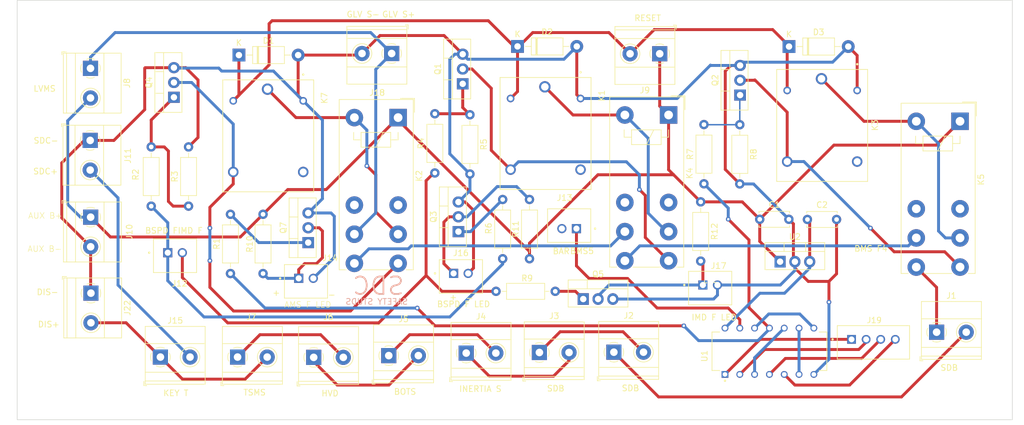
<source format=kicad_pcb>
(kicad_pcb (version 20221018) (generator pcbnew)
  (layers (0 "F.Cu" signal) (31 "B.Cu" signal) (34 "B.Paste" user) (35 "F.Paste" user) (36 "B.SilkS" user "B.Silkscreen") (37 "F.SilkS" user "F.Silkscreen") (38 "B.Mask" user) (39 "F.Mask" user) (44 "Edge.Cuts" user))
  (net 0 "")
  (net 1 "Net-(J1-Pin_1)")
  (net 2 "Net-(J1-Pin_2)")
  (net 3 "Net-(J2-Pin_2)")
  (net 4 "Net-(J3-Pin_2)")
  (net 5 "Net-(J4-Pin_2)")
  (net 6 "Net-(J5-Pin_2)")
  (net 7 "SDC+")
  (net 8 "BSPD In")
  (net 9 "Net-(J15-Pin_1)")
  (net 10 "Trac In")
  (net 11 "SDC-")
  (net 12 "BSPD fault")
  (net 13 "IMD Fault")
  (net 14 "BMS1")
  (net 15 "BMS2")
  (net 16 "BMS3")
  (net 17 "BMS4")
  (net 18 "AMS Fault")
  (net 19 "Net-(K1-PadCOM)")
  (net 20 "Net-(Q1-D)")
  (net 22 "IMD In")
  (net 23 "Net-(Q2-D)")
  (net 24 "Net-(K2-Pad11)")
  (net 25 "AMS In")
  (net 26 "Net-(K3-PadCOM)")
  (net 27 "BMS5")
  (net 29 "Net-(Q1-G)")
  (net 30 "Net-(Q2-G)")
  (net 31 "Net-(Q7-D)")
  (net 32 "Net-(Q3-D)")
  (net 33 "Net-(Q5-D)")
  (net 35 "out1")
  (net 36 "out2")
  (net 37 "+5V")
  (net 38 "Net-(Q4-D)")
  (net 43 "Net-(Q3-G)")
  (net 44 "Net-(Q4-G)")
  (net 45 "Net-(Q5-G)")
  (net 46 "Net-(Q7-G)")
  (net 49 "reset")
  (net 50 "out3")
  (net 51 "Net-(J6-Pin_2)")
  (footprint "TerminalBlock_Phoenix:TerminalBlock_Phoenix_MKDS-1,5-2-5.08_1x02_P5.08mm_Horizontal" (layer "F.Cu") (at 58.0644 84.0994)
    (fp_text reference "J15")
    (fp_text value "Screw_Terminal_01x02")
  )
  (footprint "Resistor_THT:R_Axial_DIN0207_L6.3mm_D2.5mm_P10.16mm_Horizontal" (layer "F.Cu") (at 116.7638 67.2338 90)
    (fp_text reference "R6")
    (fp_text value "100")
  )
  (footprint "Package_TO_SOT_THT:TO-220-3_Vertical" (layer "F.Cu") (at 157.48 39.1668 90)
    (fp_text reference "Q2")
    (fp_text value "IRF540N")
  )
  (footprint "Package_TO_SOT_THT:TO-220-3_Vertical" (layer "F.Cu") (at 60.381 39.5478 90)
    (fp_text reference "Q4")
    (fp_text value "IRF540N")
  )
  (footprint "Resistor_THT:R_Axial_DIN0207_L6.3mm_D2.5mm_P10.16mm_Horizontal" (layer "F.Cu") (at 62.8904 58.2168 90)
    (fp_text reference "R3")
    (fp_text value "10k")
  )
  (footprint "conn-JST-2pin:JST_B2B-XH-A_LF__SN_" (layer "F.Cu") (at 152.3492 72.263 180)
    (fp_text reference "J17")
    (fp_text value "B2B-XH-A_LF__SN_")
  )
  (footprint "TerminalBlock_Phoenix:TerminalBlock_Phoenix_MKDS-1,5-2-5.08_1x02_P5.08mm_Horizontal" (layer "F.Cu") (at 71.2978 84.0994)
    (fp_text reference "J7")
    (fp_text value "Screw_Terminal_01x02")
  )
  (footprint "Resistor_THT:R_Axial_DIN0207_L6.3mm_D2.5mm_P10.16mm_Horizontal" (layer "F.Cu") (at 121.3612 67.2338 90)
    (fp_text reference "R11")
    (fp_text value "2K")
  )
  (footprint "Diode_THT:D_DO-41_SOD81_P10.16mm_Horizontal" (layer "F.Cu") (at 119.3117 30.8197)
    (fp_text reference "D2")
    (fp_text value "1N4002")
  )
  (footprint "TerminalBlock_Phoenix:TerminalBlock_Phoenix_MKDS-1,5-2-5.08_1x02_P5.08mm_Horizontal" (layer "F.Cu") (at 191.1808 79.8324)
    (fp_text reference "J1")
    (fp_text value "Screw_Terminal_01x02")
  )
  (footprint "conn-JST-2pin:JST_B2B-XH-A_LF__SN_" (layer "F.Cu") (at 109.5956 70.2734 180)
    (fp_text reference "J16")
    (fp_text value "B2B-XH-A_LF__SN_")
  )
  (footprint "Capacitor_THT:C_Disc_D5.0mm_W2.5mm_P5.00mm" (layer "F.Cu") (at 169.0262 60.4976)
    (fp_text reference "C2")
    (fp_text value "0.1uf")
  )
  (footprint "TerminalBlock_Phoenix:TerminalBlock_Phoenix_MKDS-1,5-2-5.08_1x02_P5.08mm_Horizontal" (layer "F.Cu") (at 110.5104 83.4138)
    (fp_text reference "J4")
    (fp_text value "Screw_Terminal_01x02")
  )
  (footprint "TerminalBlock_Phoenix:TerminalBlock_Phoenix_MKDS-1,5-2-5.08_1x02_P5.08mm_Horizontal" (layer "F.Cu") (at 46.022614 46.942798 -90)
    (fp_text reference "J11")
    (fp_text value "Screw_Terminal_01x02")
  )
  (footprint "Package_TO_SOT_THT:TO-220-3_Vertical" (layer "F.Cu") (at 130.5814 74.1478)
    (fp_text reference "Q5")
    (fp_text value "IRF540N")
  )
  (footprint "SRD-12VDC-SL-C:RELAY_SRD-12VDC-SL-C" (layer "F.Cu") (at 171.5572 44.4714 -90)
    (fp_text reference "K3")
    (fp_text value "SRD-12VDC-SL-C")
  )
  (footprint "Package_TO_SOT_THT:TO-220-3_Vertical" (layer "F.Cu") (at 109.911 37.2364 90)
    (fp_text reference "Q1")
    (fp_text value "IRF540N")
  )
  (footprint "Resistor_THT:R_Axial_DIN0207_L6.3mm_D2.5mm_P10.16mm_Horizontal" (layer "F.Cu") (at 150.7236 57.4802 -90)
    (fp_text reference "R12")
    (fp_text value "2K")
  )
  (footprint "TerminalBlock_Phoenix:TerminalBlock_Phoenix_MKDS-1,5-2-5.08_1x02_P5.08mm_Horizontal" (layer "F.Cu") (at 97.2262 83.8456)
    (fp_text reference "J5")
    (fp_text value "Screw_Terminal_01x02")
  )
  (footprint "SRD-12VDC-SL-C:RELAY_SRD-12VDC-SL-C" (layer "F.Cu") (at 124.1179 45.8525 -90)
    (fp_text reference "K1")
    (fp_text value "SRD-12VDC-SL-C")
  )
  (footprint "Resistor_THT:R_Axial_DIN0207_L6.3mm_D2.5mm_P10.16mm_Horizontal" (layer "F.Cu") (at 157.4292 44.2468 -90)
    (fp_text reference "R8")
    (fp_text value "10k")
  )
  (footprint "conn-JST-2pin:JST_B2B-XH-A_LF__SN_" (layer "F.Cu") (at 83.0326 71.12 180)
    (fp_text reference "J14")
    (fp_text value "B2B-XH-A_LF__SN_")
  )
  (footprint "Resistor_THT:R_Axial_DIN0207_L6.3mm_D2.5mm_P10.16mm_Horizontal" (layer "F.Cu") (at 70.0786 69.7738 90)
    (fp_text reference "R1")
    (fp_text value "100")
  )
  (footprint "SRD-12VDC-SL-C:RELAY_SRD-12VDC-SL-C" (layer "F.Cu") (at 76.5556 46.2534 -90)
    (fp_text reference "K7")
    (fp_text value "SRD-12VDC-SL-C")
  )
  (footprint "Diode_THT:D_DO-41_SOD81_P10.16mm_Horizontal" (layer "F.Cu") (at 165.8699 30.8451)
    (fp_text reference "D3")
    (fp_text value "1N4002")
  )
  (footprint "Resistor_THT:R_Axial_DIN0207_L6.3mm_D2.5mm_P10.16mm_Horizontal" (layer "F.Cu") (at 151.2824 54.3814 90)
    (fp_text reference "R7")
    (fp_text value "100")
  )
  (footprint "MountingHole:MountingHole_3.5mm" (layer "F.Cu") (at 40.132 89.408)
    (fp_text reference "REF**" hide)
    (fp_text value "MountingHole_3.5mm")
  )
  (footprint "MountingHole:MountingHole_3.5mm" (layer "F.Cu") (at 197.612 28.956)
    (fp_text reference "REF**" hide)
    (fp_text value "MountingHole_3.5mm")
  )
  (footprint "MountingHole:MountingHole_3.5mm" (layer "F.Cu") (at 38.608 27.94)
    (fp_text reference "REF**" hide)
    (fp_text value "MountingHole_3.5mm")
  )
  (footprint "TerminalBlock_Phoenix:TerminalBlock_Phoenix_MKDS-1,5-2-5.08_1x02_P5.08mm_Horizontal" (layer "F.Cu") (at 46.149814 73.135198 -90)
    (fp_text reference "J22")
    (fp_text value "Screw_Terminal_01x02")
  )
  (footprint "conn-JST-2pin:JST_B2B-XH-A_LF__SN_" (layer "F.Cu") (at 128.1661 61.5442)
    (fp_text reference "J13")
    (fp_text value "B2B-XH-A_LF__SN_")
  )
  (footprint "Package_TO_SOT_THT:TO-220-3_Vertical" (layer "F.Cu") (at 164.338 67.7418)
    (fp_text reference "U2")
    (fp_text value "L7805")
  )
  (footprint "SN74HC00N:DIP794W45P254L1969H508Q14" (layer "F.Cu") (at 162.5092 83.1012 90)
    (fp_text reference "U1")
    (fp_text value "SN74HC00N")
  )
  (footprint "Package_TO_SOT_THT:TO-220-3_Vertical" (layer "F.Cu") (at 109.1744 62.5856 90)
    (fp_text reference "Q3")
    (fp_text value "IRF540N")
  )
  (footprint "TerminalBlock_Phoenix:TerminalBlock_Phoenix_MKDS-1,5-2-5.08_1x02_P5.08mm_Horizontal" (layer "F.Cu") (at 46.099014 60.104998 -90)
    (fp_text reference "J10")
    (fp_text value "Screw_Terminal_01x02")
  )
  (footprint "TerminalBlock_Phoenix:TerminalBlock_Phoenix_MKDS-1,5-2-5.08_1x02_P5.08mm_Horizontal" (layer "F.Cu") (at 84.3534 84.1502)
    (fp_text reference "J6")
    (fp_text value "Screw_Terminal_01x02")
  )
  (footprint "Capacitor_THT:C_Disc_D5.0mm_W2.5mm_P5.00mm" (layer "F.Cu") (at 160.8474 60.4722)
    (fp_text reference "C1")
    (fp_text value "0.33uf")
  )
  (footprint "Resistor_THT:R_Axial_DIN0207_L6.3mm_D2.5mm_P10.16mm_Horizontal" (layer "F.Cu") (at 105.1306 52.5272 90)
    (fp_text reference "R4")
    (fp_text value "100")
  )
  (footprint "Resistor_THT:R_Axial_DIN0207_L6.3mm_D2.5mm_P10.16mm_Horizontal" (layer "F.Cu") (at 111.1504 42.545 -90)
    (fp_text reference "R5")
    (fp_text value "10k")
  )
  (footprint "conn-JST-2pin:JST_B2B-XH-A_LF__SN_" (layer "F.Cu") (at 60.5767 66.7258 180)
    (fp_text reference "J12")
    (fp_text value "B2B-XH-A_LF__SN_")
  )
  (footprint "Package_TO_SOT_THT:TO-220-3_Vertical" (layer "F.Cu") (at 83.4136 64.4652 90)
    (fp_text reference "Q7")
    (fp_text value "IRF540N")
  )
  (footprint "Relay_THT:Relay_DPDT_Finder_40.52" (layer "F.Cu") (at 195.1981 43.6645 -90)
    (fp_text reference "K5")
    (fp_text value "FINDER-40.52")
  )
  (footprint "Resistor_THT:R_Axial_DIN0207_L6.3mm_D2.5mm_P10.16mm_Horizontal" (layer "F.Cu") (at 115.6208 72.8218)
    (fp_text reference "R9")
    (fp_text value "100")
  )
  (footprint "TerminalBlock_Phoenix:TerminalBlock_Phoenix_MKDS-1,5-2-5.08_1x02_P5.08mm_Horizontal" (layer "F.Cu") (at 123.063 83.312)
    (fp_text reference "J3")
    (fp_text value "Screw_Terminal_01x02")
  )
  (footprint "TerminalBlock_Phoenix:TerminalBlock_Phoenix_MKDS-1,5-2-5.08_1x02_P5.08mm_Horizontal" (layer "F.Cu") (at 143.6928 32.08 180)
    (fp_text reference "J9")
    (fp_text value "Screw_Terminal_01x02")
  )
  (footprint "MountingHole:MountingHole_3.5mm" (layer "F.Cu") (at 198.12 90.424)
    (fp_text reference "REF**" hide)
    (fp_text value "MountingHole_3.5mm")
  )
  (footprint "conn-JST-4pin:JST_B4B-XH-A_LF__SN_" (layer "F.Cu") (at 180.3469 81.5848 180)
    (fp_text reference "J19")
    (fp_text value "B4B-XH-A_LF__SN_")
  )
  (footprint "Diode_THT:D_DO-41_SOD81_P10.16mm_Horizontal" (layer "F.Cu") (at 71.5264 32.3088)
    (fp_text reference "D1")
    (fp_text value "1N4002")
  )
  (footprint "TerminalBlock_Phoenix:TerminalBlock_Phoenix_MKDS-1,5-2-5.08_1x02_P5.08mm_Horizontal" (layer "F.Cu") (at 97.724562 32.035638 180)
    (fp_text reference "J18")
    (fp_text value "Screw_Terminal_01x02")
  )
  (footprint "Relay_THT:Relay_DPDT_Finder_40.52" (layer "F.Cu") (at 145.2188 42.5818 -90)
    (fp_text reference "K4")
    (fp_text value "FINDER-40.52")
  )
  (footprint "Resistor_THT:R_Axial_DIN0207_L6.3mm_D2.5mm_P10.16mm_Horizontal" (layer "F.Cu") (at 56.4896 58.2168 90)
    (fp_text reference "R2")
    (fp_text value "100")
  )
  (footprint "TerminalBlock_Phoenix:TerminalBlock_Phoenix_MKDS-1,5-2-5.08_1x02_P5.08mm_Horizontal" (layer "F.Cu") (at 135.8342 83.2614)
    (fp_text reference "J2")
    (fp_text value "Screw_Terminal_01x02")
  )
  (footprint "TerminalBlock_Phoenix:TerminalBlock_Phoenix_MKDS-1,5-2-5.08_1x02_P5.08mm_Horizontal" (layer "F.Cu") (at 46.073814 34.582998 -90)
    (fp_text reference "J8")
    (fp_text value "Screw_Terminal_01x02")
  )
  (footprint "Relay_THT:Relay_DPDT_Finder_40.52" (layer "F.Cu") (at 98.8305 43.0295 -90)
    (fp_text reference "K2")
    (fp_text value "FINDER-40.52")
  )
  (footprint "Resistor_THT:R_Axial_DIN0207_L6.3mm_D2.5mm_P10.16mm_Horizontal" (layer "F.Cu") (at 75.6666 59.6138 -90)
    (fp_text reference "R10")
    (fp_text value "2K")
  )
  (gr_rect (start 33.5026 22.9108) (end 204.1652 94.8436) (stroke (width 0.1)) (fill none) (layer "Edge.Cuts"))
  (gr_text "SAFETY STUDS" (at 100.584 75.184) (layer "B.SilkS") (effects (font (size 1 1)) (justify left bottom mirror)))
  (gr_text "SDC" (at 100.076 73.66) (layer "B.SilkS") (effects (font (size 3 3) (thickness 0.3)) (justify left bottom mirror)))
  (gr_text "BSPD F LED\n" (at 105.43 75.6074) (layer "F.SilkS") (effects (font (size 1 1)) (justify left bottom)))
  (gr_text "BSPD F" (at 55.372 62.992) (layer "F.SilkS") (effects (font (size 1 1)) (justify left bottom)))
  (gr_text "GLV S+" (at 96.012 25.908) (layer "F.SilkS") (effects (font (size 1 1)) (justify left bottom)))
  (gr_text "AUX B-" (at 35.227814 66.124798) (layer "F.SilkS") (effects (font (size 1 1) (thickness 0.1)) (justify left bottom)))
  (gr_text "IMD F" (at 60.96 62.992) (layer "F.SilkS") (effects (font (size 1 1)) (justify left bottom)))
  (gr_text "BOTS" (at 98.044 90.6272) (layer "F.SilkS") (effects (font (size 1 1)) (justify left bottom)))
  (gr_text "KEY T" (at 58.4708 90.8558) (layer "F.SilkS") (effects (font (size 1 1)) (justify left bottom)))
  (gr_text "LVMS" (at 36.218814 38.651998) (layer "F.SilkS") (effects (font (size 1 1)) (justify left bottom)))
  (gr_text "BMS F4" (at 176.982 66.0824) (layer "F.SilkS") (effects (font (size 1 1)) (justify left bottom)))
  (gr_text "IMD F LED" (at 149.0726 77.8764) (layer "F.SilkS") (effects (font (size 1 1)) (justify left bottom)))
  (gr_text "HVD" (at 85.598 90.9066) (layer "F.SilkS") (effects (font (size 1 1)) (justify left bottom)))
  (gr_text "RESET" (at 139.2682 26.543) (layer "F.SilkS") (effects (font (size 1 1)) (justify left bottom)))
  (gr_text "SDB" (at 124.2822 90.0684) (layer "F.SilkS") (effects (font (size 1 1)) (justify left bottom)))
  (gr_text "AMS F LED\n" (at 79.248 75.692) (layer "F.SilkS") (effects (font (size 1 1) (thickness 0.1)) (justify left bottom)))
  (gr_text "TSMS" (at 72.2122 90.7542) (layer "F.SilkS") (effects (font (size 1 1)) (justify left bottom)))
  (gr_text "SDB" (at 137.1092 90.0176) (layer "F.SilkS") (effects (font (size 1 1)) (justify left bottom)))
  (gr_text "AUX B+" (at 35.329414 60.435198) (layer "F.SilkS") (effects (font (size 1 1) (thickness 0.1)) (justify left bottom)))
  (gr_text "SDB" (at 191.77 86.5124) (layer "F.SilkS") (effects (font (size 1 1)) (justify left bottom)))
  (gr_text "DIS-" (at 36.777214 73.541598) (layer "F.SilkS") (effects (font (size 1 1)) (justify left bottom)))
  (gr_text "-" (at 152.654 71.8058) (layer "F.SilkS") (effects (font (size 1 1)) (justify left bottom)))
  (gr_text "BAR" (at 125.2728 66.5226) (layer "F.SilkS") (effects (font (size 1 1)) (justify left bottom)))
  (gr_text "DIS+" (at 36.980414 79.078798) (layer "F.SilkS") (effects (font (size 1 1)) (justify left bottom)))
  (gr_text "+" (at 107.5636 74.4136) (layer "F.SilkS") (effects (font (size 1 1)) (justify left bottom)))
  (gr_text "+" (at 150.6474 71.882) (layer "F.SilkS") (effects (font (size 1 1)) (justify left bottom)))
  (gr_text "+" (at 77.216 73.66) (layer "F.SilkS") (effects (font (size 1 1)) (justify left bottom)))
  (gr_text "SDC-" (at 36.243814 47.557398) (layer "F.SilkS") (effects (font (size 1 1)) (justify left bottom)))
  (gr_text "SDC+" (at 36.167614 52.832) (layer "F.SilkS") (effects (font (size 1 1)) (justify left bottom)))
  (gr_text "-" (at 86.7326 73.995) (layer "F.SilkS") (effects (font (size 1 1)) (justify left bottom)))
  (gr_text "-" (at 110.383 74.5406) (layer "F.SilkS") (effects (font (size 1 1)) (justify left bottom)))
  (gr_text "INERTIA S" (at 109.22 90.1446) (layer "F.SilkS") (effects (font (size 1 1)) (justify left bottom)))
  (gr_text "GLV S-" (at 89.916 25.908) (layer "F.SilkS") (effects (font (size 1 1)) (justify left bottom)))
  (gr_text "BMS5" (at 128.2446 66.4972) (layer "F.SilkS") (effects (font (size 1 1)) (justify left bottom)))
  (segment (start 191.1808 72.1472) (end 187.6981 68.6645) (width 0.5) (layer "F.Cu") (net 1))
  (segment (start 191.1808 79.8324) (end 191.1808 72.1472) (width 0.5) (layer "F.Cu") (net 1))
  (segment (start 143.5048 90.932) (end 185.1612 90.932) (width 0.5) (layer "F.Cu") (net 2))
  (segment (start 185.1612 90.932) (end 196.2608 79.8324) (width 0.5) (layer "F.Cu") (net 2))
  (segment (start 135.8342 83.2614) (end 143.5048 90.932) (width 0.5) (layer "F.Cu") (net 2))
  (segment (start 123.063 83.312) (end 126.619 79.756) (width 0.5) (layer "F.Cu") (net 3))
  (segment (start 137.4088 79.756) (end 140.9142 83.2614) (width 0.5) (layer "F.Cu") (net 3))
  (segment (start 126.619 79.756) (end 137.4088 79.756) (width 0.5) (layer "F.Cu") (net 3))
  (segment (start 128.143 84.709) (end 128.143 83.312) (width 0.5) (layer "F.Cu") (net 4))
  (segment (start 125.476 87.376) (end 128.143 84.709) (width 0.5) (layer "F.Cu") (net 4))
  (segment (start 110.5104 83.4138) (end 114.4726 87.376) (width 0.5) (layer "F.Cu") (net 4))
  (segment (start 114.4726 87.376) (end 125.476 87.376) (width 0.5) (layer "F.Cu") (net 4))
  (segment (start 112.4406 80.264) (end 115.5904 83.4138) (width 0.5) (layer "F.Cu") (net 5))
  (segment (start 97.2262 83.8456) (end 100.8078 80.264) (width 0.5) (layer "F.Cu") (net 5))
  (segment (start 100.8078 80.264) (end 112.4406 80.264) (width 0.5) (layer "F.Cu") (net 5))
  (segment (start 84.3534 84.8614) (end 88.392 88.9) (width 0.5) (layer "F.Cu") (net 6))
  (segment (start 84.3534 84.1502) (end 84.3534 84.8614) (width 0.5) (layer "F.Cu") (net 6))
  (segment (start 97.2518 88.9) (end 102.3062 83.8456) (width 0.5) (layer "F.Cu") (net 6))
  (segment (start 88.392 88.9) (end 97.2518 88.9) (width 0.5) (layer "F.Cu") (net 6))
  (segment (start 46.022614 53.297598) (end 46.022614 52.022798) (width 0.2) (layer "F.Cu") (net 7))
  (segment (start 50.8 56.800184) (end 46.022614 52.022798) (width 0.5) (layer "B.Cu") (net 7))
  (segment (start 50.8 71.755) (end 50.8 56.800184) (width 0.5) (layer "B.Cu") (net 7))
  (segment (start 63.1444 84.0994) (end 50.8 71.755) (width 0.5) (layer "B.Cu") (net 7))
  (segment (start 50.292 28.448) (end 94.136924 28.448) (width 0.5) (layer "B.Cu") (net 8))
  (segment (start 46.073814 32.666186) (end 50.292 28.448) (width 0.5) (layer "B.Cu") (net 8))
  (segment (start 91.3305 63.0295) (end 94.996 59.364) (width 0.5) (layer "B.Cu") (net 8))
  (segment (start 94.996 34.7642) (end 97.724562 32.035638) (width 0.5) (layer "B.Cu") (net 8))
  (segment (start 92.5068 62.1284) (end 92.5068 63.4708) (width 0.25) (layer "B.Cu") (net 8))
  (segment (start 94.996 59.364) (end 94.996 34.7642) (width 0.5) (layer "B.Cu") (net 8))
  (segment (start 94.136924 28.448) (end 97.724562 32.035638) (width 0.5) (layer "B.Cu") (net 8))
  (segment (start 46.073814 34.582998) (end 46.073814 32.666186) (width 0.5) (layer "B.Cu") (net 8))
  (segment (start 72.5932 87.884) (end 76.3778 84.0994) (width 0.5) (layer "F.Cu") (net 9))
  (segment (start 46.149814 78.215198) (end 52.180198 78.215198) (width 0.5) (layer "F.Cu") (net 9))
  (segment (start 58.0644 84.0994) (end 61.849 87.884) (width 0.5) (layer "F.Cu") (net 9))
  (segment (start 61.849 87.884) (end 72.5932 87.884) (width 0.5) (layer "F.Cu") (net 9))
  (segment (start 52.180198 78.215198) (end 58.0644 84.0994) (width 0.5) (layer "F.Cu") (net 9))
  (segment (start 79.9084 55.372) (end 86.488 55.372) (width 0.5) (layer "F.Cu") (net 10))
  (segment (start 145.2188 51.9754) (end 146.0754 52.832) (width 0.5) (layer "F.Cu") (net 10))
  (segment (start 143.6928 32.08) (end 143.6928 41.0558) (width 0.5) (layer "F.Cu") (net 10))
  (segment (start 160.8474 60.4722) (end 160.8474 64.2512) (width 0.5) (layer "F.Cu") (net 10))
  (segment (start 145.2188 42.5818) (end 145.2188 51.9754) (width 0.5) (layer "F.Cu") (net 10))
  (segment (start 71.7804 63.5) (end 75.6666 59.6138) (width 0.5) (layer "F.Cu") (net 10))
  (segment (start 150.7236 57.4802) (end 157.8554 57.4802) (width 0.5) (layer "F.Cu") (net 10))
  (segment (start 121.3612 65.9892) (end 121.3612 67.2338) (width 0.5) (layer "F.Cu") (net 10))
  (segment (start 160.8474 64.2512) (end 164.338 67.7418) (width 0.5) (layer "F.Cu") (net 10))
  (segment (start 157.8554 57.4802) (end 160.8474 60.4722) (width 0.5) (layer "F.Cu") (net 10))
  (segment (start 98.8305 43.0295) (end 98.8305 43.4585) (width 0.5) (layer "F.Cu") (net 10))
  (segment (start 121.3612 64.5668) (end 133.096 52.832) (width 0.5) (layer "F.Cu") (net 10))
  (segment (start 121.3612 67.2338) (end 121.3612 64.5668) (width 0.5) (layer "F.Cu") (net 10))
  (segment (start 75.6666 59.6138) (end 79.9084 55.372) (width 0.5) (layer "F.Cu") (net 10))
  (segment (start 86.488 55.372) (end 98.8305 43.0295) (width 0.5) (layer "F.Cu") (net 10))
  (segment (start 173.5676 47.752) (end 191.1106 47.752) (width 0.5) (layer "F.Cu") (net 10))
  (segment (start 133.096 52.832) (end 146.0754 52.832) (width 0.5) (layer "F.Cu") (net 10))
  (segment (start 146.0754 52.832) (end 150.7236 57.4802) (width 0.5) (layer "F.Cu") (net 10))
  (segment (start 191.1106 47.752) (end 195.1981 43.6645) (width 0.5) (layer "F.Cu") (net 10))
  (segment (start 49.494016 63.5) (end 71.7804 63.5) (width 0.5) (layer "F.Cu") (net 10))
  (segment (start 98.8305 43.4585) (end 121.3612 65.9892) (width 0.5) (layer "F.Cu") (net 10))
  (segment (start 160.8474 60.4722) (end 173.5676 47.752) (width 0.5) (layer "F.Cu") (net 10))
  (segment (start 46.099014 60.104998) (end 49.494016 63.5) (width 0.5) (layer "F.Cu") (net 10))
  (segment (start 143.6928 41.0558) (end 145.2188 42.5818) (width 0.5) (layer "F.Cu") (net 10))
  (segment (start 44.356998 60.104998) (end 46.099014 60.104998) (width 0.5) (layer "B.Cu") (net 10))
  (segment (start 42.164 43.572812) (end 42.164 57.912) (width 0.5) (layer "B.Cu") (net 10))
  (segment (start 42.164 57.912) (end 44.356998 60.104998) (width 0.5) (layer "B.Cu") (net 10))
  (segment (start 46.073814 39.662998) (end 42.164 43.572812) (width 0.5) (layer "B.Cu") (net 10))
  (segment (start 55.372 34.544) (end 55.4482 34.4678) (width 0.2) (layer "F.Cu") (net 11))
  (segment (start 166.878 68.834) (end 166.878 67.7418) (width 0.5) (layer "F.Cu") (net 11))
  (segment (start 41.148 60.233984) (end 41.148 50.8) (width 0.5) (layer "F.Cu") (net 11))
  (segment (start 46.022614 46.942798) (end 50.085202 46.942798) (width 0.5) (layer "F.Cu") (net 11))
  (segment (start 41.148 50.8) (end 45.005202 46.942798) (width 0.5) (layer "F.Cu") (net 11))
  (segment (start 92.3714 32.3088) (end 92.644562 32.035638) (width 0.5) (layer "F.Cu") (net 11))
  (segment (start 92.644562 32.035638) (end 95.7242 28.956) (width 0.5) (layer "F.Cu") (net 11))
  (segment (start 111.76 68.834) (end 110.8456 69.7484) (width 0.5) (layer "F.Cu") (net 11))
  (segment (start 177.5572 38.3714) (end 177.5572 32.3724) (width 0.5) (layer "F.Cu") (net 11))
  (segment (start 165.8474 60.4722) (end 166.624 61.2488) (width 0.5) (layer "F.Cu") (net 11))
  (segment (start 172.72 71.12) (end 169.164 71.12) (width 0.5) (layer "F.Cu") (net 11))
  (segment (start 46.099014 65.184998) (end 46.099014 73.084398) (width 0.5) (layer "F.Cu") (net 11))
  (segment (start 174.0262 60.4976) (end 174.0262 69.8138) (width 0.5) (layer "F.Cu") (net 11))
  (segment (start 157.48 34.0868) (end 155.9052 34.0868) (width 0.5) (layer "F.Cu") (net 11))
  (segment (start 46.099014 65.184998) (end 41.148 60.233984) (width 0.5) (layer "F.Cu") (net 11))
  (segment (start 177.5572 32.3724) (end 176.0299 30.8451) (width 0.5) (layer "F.Cu") (net 11))
  (segment (start 109.1744 57.5056) (end 110.3376 57.5056) (width 0.5) (layer "F.Cu") (net 11))
  (segment (start 81.6864 32.3088) (end 92.3714 32.3088) (width 0.5) (layer "F.Cu") (net 11))
  (segment (start 174.0262 69.8138) (end 172.72 71.12) (width 0.5) (layer "F.Cu") (net 11))
  (segment (start 155.9052 34.0868) (end 154.94 35.052) (width 0.5) (layer "F.Cu") (net 11))
  (segment (start 154.94 35.052) (end 154.94 51.9176) (width 0.5) (layer "F.Cu") (net 11))
  (segment (start 111.76 58.928) (end 111.76 68.834) (width 0.5) (layer "F.Cu") (net 11))
  (segment (start 154.94 51.9176) (end 157.4292 54.4068) (width 0.5) (layer "F.Cu") (net 11))
  (segment (start 46.099014 73.084398) (end 46.149814 73.135198) (width 0.5) (layer "F.Cu") (net 11))
  (segment (start 129.4717 30.8197) (end 129.4717 39.1063) (width 0.5) (layer "F.Cu") (net 11))
  (segment (start 166.624 61.2488) (end 166.624 67.4878) (width 0.5) (layer "F.Cu") (net 11))
  (segment (start 50.085202 46.942798) (end 55.372 41.656) (width 0.5) (layer "F.Cu") (net 11))
  (segment (start 106.7106 28.956) (end 109.911 32.1564) (width 0.5) (layer "F.Cu") (net 11))
  (segment (start 62.4078 34.4678) (end 64.516 36.576) (width 0.5) (layer "F.Cu") (net 11))
  (segment (start 169.164 71.12) (end 166.878 68.834) (width 0.5) (layer "F.Cu") (net 11))
  (segment (start 64.516 46.4312) (end 62.8904 48.0568) (width 0.5) (layer "F.Cu") (net 11))
  (segment (start 172.72 74.676) (end 172.72 71.12) (width 0.5) (layer "F.Cu") (net 11))
  (segment (start 64.516 36.576) (end 64.516 46.4312) (width 0.5) (layer "F.Cu") (net 11))
  (segment (start 55.4482 34.4678) (end 60.381 34.4678) (width 0.5) (layer "F.Cu") (net 11))
  (segment (start 45.005202 46.942798) (end 46.022614 46.942798) (width 0.5) (layer "F.Cu") (net 11))
  (segment (start 55.372 41.656) (end 55.372 34.544) (width 0.5) (layer "F.Cu") (net 11))
  (segment (start 166.624 67.4878) (end 166.878 67.7418) (width 0.5) (layer "F.Cu") (net 11))
  (segment (start 129.4717 39.1063) (end 130.1179 39.7525) (width 0.5) (layer "F.Cu") (net 11))
  (segment (start 95.7242 28.956) (end 106.7106 28.956) (width 0.5) (layer "F.Cu") (net 11))
  (segment (start 46.149614 46.815798) (end 46.022614 46.942798) (width 0.2) (layer "F.Cu") (net 11))
  (segment (start 81.6864 32.3088) (end 81.6864 39.2842) (width 0.5) (layer "F.Cu") (net 11))
  (segment (start 110.3376 57.5056) (end 111.76 58.928) (width 0.5) (layer "F.Cu") (net 11))
  (segment (start 60.381 34.4678) (end 62.4078 34.4678) (width 0.5) (layer "F.Cu") (net 11))
  (segment (start 81.6864 39.2842) (end 82.5556 40.1534) (width 0.5) (layer "F.Cu") (net 11))
  (via (at 172.72 74.676) (size 0.8) (drill 0.4) (layers "F.Cu" "B.Cu") (net 11))
  (segment (start 107.696 33.02) (end 107.696 49.2506) (width 0.5) (layer "B.Cu") (net 11))
  (segment (start 166.878 69.2418) (end 166.878 67.7418) (width 0.5) (layer "B.Cu") (net 11))
  (segment (start 152.9282 74.1478) (end 153.5992 73.4768) (width 0.5) (layer "B.Cu") (net 11))
  (segment (start 87.884 59.944) (end 87.884 66.9936) (width 0.5) (layer "B.Cu") (net 11))
  (segment (start 135.6614 74.1478) (end 152.9282 74.1478) (width 0.5) (layer "B.Cu") (net 11))
  (segment (start 173.347 33.528) (end 158.0388 33.528) (width 0.5) (layer "B.Cu") (net 11))
  (segment (start 172.72 84.4804) (end 172.72 74.676) (width 0.5) (layer "B.Cu") (net 11))
  (segment (start 110.998 52.8574) (end 111.1504 52.705) (width 0.2) (layer "B.Cu") (net 11))
  (segment (start 170.1292 87.0712) (end 172.72 84.4804) (width 0.5) (layer "B.Cu") (net 11))
  (segment (start 87.884 66.9936) (end 84.2826 70.595) (width 0.5) (layer "B.Cu") (net 11))
  (segment (start 109.911 32.1564) (end 108.5596 32.1564) (width 0.5) (layer "B.Cu") (net 11))
  (segment (start 108.5596 32.1564) (end 107.696 33.02) (width 0.5) (layer "B.Cu") (net 11))
  (segment (start 60.4572 34.544) (end 68.072 34.544) (width 0.5) (layer "B.Cu") (net 11))
  (segment (start 130.1179 39.7525) (end 146.6835 39.7525) (width 0.5) (layer "B.Cu") (net 11))
  (segment (start 152.4508 34.0868) (end 157.48 34.0868) (width 0.5) (layer "B.Cu") (net 11))
  (segment (start 164.3818 71.738) (end 166.878 69.2418) (width 0.5) (layer "B.Cu") (net 11))
  (segment (start 60.381 34.4678) (end 60.4572 34.544) (width 0.5) (layer "B.Cu") (net 11))
  (segment (start 82.5556 40.1534) (end 85.852 43.4498) (width 0.5) (layer "B.Cu") (net 11))
  (segment (start 85.852 56.9468) (end 83.4136 59.3852) (width 0.5) (layer "B.Cu") (net 11))
  (segment (start 68.58 35.052) (end 77.4542 35.052) (width 0.5) (layer "B.Cu") (net 11))
  (segment (start 107.696 49.2506) (end 111.1504 52.705) (width 0.5) (layer "B.Cu") (net 11))
  (segment (start 176.0299 30.8451) (end 173.347 33.528) (width 0.5) (layer "B.Cu") (net 11))
  (segment (start 158.0388 33.528) (end 157.48 34.0868) (width 0.5) (layer "B.Cu") (net 11))
  (segment (start 110.7746 33.02) (end 127.2714 33.02) (width 0.5) (layer "B.Cu") (net 11))
  (segment (start 77.4542 35.052) (end 82.5556 40.1534) (width 0.5) (layer "B.Cu") (net 11))
  (segment (start 152.4 34.036) (end 152.4508 34.0868) (width 0.5) (layer "B.Cu") (net 11))
  (segment (start 109.911 32.1564) (end 110.7746 33.02) (width 0.5) (layer "B.Cu") (net 11))
  (segment (start 146.6835 39.7525) (end 152.4 34.036) (width 0.5) (layer "B.Cu") (net 11))
  (segment (start 87.3252 59.3852) (end 87.884 59.944) (width 0.5) (layer "B.Cu") (net 11))
  (segment (start 153.5992 71.738) (end 164.3818 71.738) (width 0.5) (layer "B.Cu") (net 11))
  (segment (start 153.5992 73.4768) (end 153.5992 71.738) (width 0.5) (layer "B.Cu") (net 11))
  (segment (start 83.4136 59.3852) (end 87.3252 59.3852) (width 0.5) (layer "B.Cu") (net 11))
  (segment (start 157.4292 54.4068) (end 159.782 54.4068) (width 0.5) (layer "B.Cu") (net 11))
  (segment (start 111.1504 55.5296) (end 109.1744 57.5056) (width 0.5) (layer "B.Cu") (net 11))
  (segment (start 85.852 43.4498) (end 85.852 56.9468) (width 0.5) (layer "B.Cu") (net 11))
  (segment (start 111.1504 52.705) (end 111.1504 55.5296) (width 0.5) (layer "B.Cu") (net 11))
  (segment (start 127.2714 33.02) (end 129.4717 30.8197) (width 0.5) (layer "B.Cu") (net 11))
  (segment (start 68.072 34.544) (end 68.58 35.052) (width 0.5) (layer "B.Cu") (net 11))
  (segment (start 159.782 54.4068) (end 165.8474 60.4722) (width 0.5) (layer "B.Cu") (net 11))
  (segment (start 59.3267 66.2008) (end 59.3267 71.0107) (width 0.5) (layer "B.Cu") (net 12))
  (segment (start 116.7638 68.1482) (end 116.7638 67.2338) (width 0.5) (layer "B.Cu") (net 12))
  (segment (start 59.3267 61.0539) (end 56.4896 58.2168) (width 0.5) (layer "B.Cu") (net 12))
  (segment (start 107.696 77.216) (end 116.7638 68.1482) (width 0.5) (layer "B.Cu") (net 12))
  (segment (start 59.3267 66.2008) (end 59.3267 61.0539) (width 0.5) (layer "B.Cu") (net 12))
  (segment (start 59.3267 71.0107) (end 65.532 77.216) (width 0.5) (layer "B.Cu") (net 12))
  (segment (start 65.532 77.216) (end 107.696 77.216) (width 0.5) (layer "B.Cu") (net 12))
  (segment (start 106.3498 72.8218) (end 103.632 70.104) (width 0.5) (layer "F.Cu") (net 13))
  (segment (start 103.632 70.104) (end 103.632 53.848) (width 0.5) (layer "F.Cu") (net 13))
  (segment (start 61.8267 70.4627) (end 69.596 78.232) (width 0.5) (layer "F.Cu") (net 13))
  (segment (start 103.632 53.848) (end 104.9528 52.5272) (width 0.5) (layer "F.Cu") (net 13))
  (segment (start 61.8267 66.2008) (end 61.8267 70.4627) (width 0.5) (layer "F.Cu") (net 13))
  (segment (start 115.6208 72.8218) (end 106.3498 72.8218) (width 0.5) (layer "F.Cu") (net 13))
  (segment (start 104.9528 52.5272) (end 105.1306 52.5272) (width 0.5) (layer "F.Cu") (net 13))
  (segment (start 95.504 78.232) (end 103.632 70.104) (width 0.5) (layer "F.Cu") (net 13))
  (segment (start 69.596 78.232) (end 95.504 78.232) (width 0.5) (layer "F.Cu") (net 13))
  (segment (start 160.9006 81.0598) (end 154.8892 87.0712) (width 0.5) (layer "F.Cu") (net 14))
  (segment (start 176.5969 81.0598) (end 160.9006 81.0598) (width 0.5) (layer "F.Cu") (net 14))
  (segment (start 179.0969 81.0598) (end 179.0969 81.53745) (width 0.5) (layer "F.Cu") (net 15))
  (segment (start 177.83035 82.804) (end 161.6964 82.804) (width 0.5) (layer "F.Cu") (net 15))
  (segment (start 179.0969 81.53745) (end 177.83035 82.804) (width 0.5) (layer "F.Cu") (net 15))
  (segment (start 161.6964 82.804) (end 157.4292 87.0712) (width 0.5) (layer "F.Cu") (net 15))
  (segment (start 178.3287 84.328) (end 165.2524 84.328) (width 0.5) (layer "F.Cu") (net 16))
  (segment (start 181.5969 81.0598) (end 178.3287 84.328) (width 0.5) (layer "F.Cu") (net 16))
  (segment (start 165.2524 84.328) (end 162.5092 87.0712) (width 0.5) (layer "F.Cu") (net 16))
  (segment (start 166.878 88.9) (end 165.0492 87.0712) (width 0.5) (layer "F.Cu") (net 17))
  (segment (start 176.2567 88.9) (end 166.878 88.9) (width 0.5) (layer "F.Cu") (net 17))
  (segment (start 184.0969 81.0598) (end 176.2567 88.9) (width 0.5) (layer "F.Cu") (net 17))
  (segment (start 105.156 78.74) (end 147.828 78.74) (width 0.5) (layer "F.Cu") (net 18))
  (segment (start 102.108 75.692) (end 105.156 78.74) (width 0.5) (layer "F.Cu") (net 18))
  (segment (start 159.004 75.626) (end 159.004 64.008) (width 0.5) (layer "F.Cu") (net 18))
  (segment (start 162.5092 79.1312) (end 159.004 75.626) (width 0.5) (layer "F.Cu") (net 18))
  (segment (start 159.004 64.008) (end 155.448 60.452) (width 0.5) (layer "F.Cu") (net 18))
  (via (at 147.828 78.74) (size 0.8) (drill 0.4) (layers "F.Cu" "B.Cu") (net 18))
  (via (at 155.448 60.452) (size 0.8) (drill 0.4) (layers "F.Cu" "B.Cu") (net 18))
  (via (at 102.108 75.692) (size 0.8) (drill 0.4) (layers "F.Cu" "B.Cu") (net 18))
  (segment (start 147.828 78.74) (end 150.368 81.28) (width 0.5) (layer "B.Cu") (net 18))
  (segment (start 162.5092 79.2988) (end 162.5092 79.1312) (width 0.5) (layer "B.Cu") (net 18))
  (segment (start 160.528 81.28) (end 162.5092 79.2988) (width 0.5) (layer "B.Cu") (net 18))
  (segment (start 75.9968 75.692) (end 102.108 75.692) (width 0.5) (layer "B.Cu") (net 18))
  (segment (start 155.448 60.452) (end 155.448 58.547) (width 0.5) (layer "B.Cu") (net 18))
  (segment (start 155.448 58.547) (end 151.2824 54.3814) (width 0.5) (layer "B.Cu") (net 18))
  (segment (start 150.368 81.28) (end 160.528 81.28) (width 0.5) (layer "B.Cu") (net 18))
  (segment (start 70.0786 69.7738) (end 75.9968 75.692) (width 0.5) (layer "B.Cu") (net 18))
  (segment (start 123.9979 37.7525) (end 128.8272 42.5818) (width 0.5) (layer "F.Cu") (net 19))
  (segment (start 128.8272 42.5818) (end 137.7188 42.5818) (width 0.5) (layer "F.Cu") (net 19))
  (segment (start 141.732 46.595) (end 141.732 59.436) (width 0.5) (layer "B.Cu") (net 19))
  (segment (start 137.7188 42.5818) (end 141.732 46.595) (width 0.5) (layer "B.Cu") (net 19))
  (segment (start 144.8778 62.5818) (end 145.2188 62.5818) (width 0.5) (layer "B.Cu") (net 19))
  (segment (start 141.732 59.436) (end 144.8778 62.5818) (width 0.5) (layer "B.Cu") (net 19))
  (segment (start 111.500508 34.6964) (end 114.808 38.003892) (width 0.5) (layer "F.Cu") (net 20))
  (segment (start 141.224 63.587) (end 145.2188 67.5818) (width 0.5) (layer "F.Cu") (net 20))
  (segment (start 141.224 56.388) (end 141.224 63.587) (width 0.5) (layer "F.Cu") (net 20))
  (segment (start 140.208 55.372) (end 141.224 56.388) (width 0.5) (layer "F.Cu") (net 20))
  (segment (start 109.911 34.6964) (end 111.500508 34.6964) (width 0.5) (layer "F.Cu") (net 20))
  (segment (start 114.808 38.003892) (end 114.808 48.6426) (width 0.5) (layer "F.Cu") (net 20))
  (segment (start 114.808 48.6426) (end 118.1179 51.9525) (width 0.5) (layer "F.Cu") (net 20))
  (via (at 140.208 55.372) (size 0.8) (drill 0.4) (layers "F.Cu" "B.Cu") (net 20))
  (segment (start 119.4679 50.6025) (end 137.9785 50.6025) (width 0.5) (layer "B.Cu") (net 20))
  (segment (start 140.208 52.832) (end 140.208 55.372) (width 0.5) (layer "B.Cu") (net 20))
  (segment (start 137.9785 50.6025) (end 140.208 52.832) (width 0.5) (layer "B.Cu") (net 20))
  (segment (start 118.1179 51.9525) (end 119.4679 50.6025) (width 0.5) (layer "B.Cu") (net 20))
  (segment (start 101.092 65.024) (end 100.584 65.532) (width 0.5) (layer "B.Cu") (net 22))
  (segment (start 135.2766 65.024) (end 101.092 65.024) (width 0.5) (layer "B.Cu") (net 22))
  (segment (start 93.828 65.532) (end 91.3305 68.0295) (width 0.5) (layer "B.Cu") (net 22))
  (segment (start 137.7188 62.5818) (end 135.2766 65.024) (width 0.5) (layer "B.Cu") (net 22))
  (segment (start 100.584 65.532) (end 93.828 65.532) (width 0.5) (layer "B.Cu") (net 22))
  (segment (start 179.832 61.976) (end 183.896 66.04) (width 0.5) (layer "F.Cu") (net 23))
  (segment (start 165.5572 42.1132) (end 160.02 36.576) (width 0.5) (layer "F.Cu") (net 23))
  (segment (start 159.9692 36.6268) (end 157.48 36.6268) (width 0.5) (layer "F.Cu") (net 23))
  (segment (start 165.5572 50.5714) (end 165.5572 42.1132) (width 0.5) (layer "F.Cu") (net 23))
  (segment (start 183.896 66.04) (end 192.5736 66.04) (width 0.5) (layer "F.Cu") (net 23))
  (segment (start 157.48 36.6268) (end 157.5275 36.6268) (width 0.25) (layer "F.Cu") (net 23))
  (segment (start 160.02 36.576) (end 159.9692 36.6268) (width 0.5) (layer "F.Cu") (net 23))
  (segment (start 192.5736 66.04) (end 195.1981 68.6645) (width 0.5) (layer "F.Cu") (net 23))
  (via (at 179.832 61.976) (size 0.8) (drill 0.4) (layers "F.Cu" "B.Cu") (net 23))
  (segment (start 165.5572 50.5714) (end 168.4274 50.5714) (width 0.5) (layer "B.Cu") (net 23))
  (segment (start 168.4274 50.5714) (end 179.832 61.976) (width 0.5) (layer "B.Cu") (net 23))
  (segment (start 76.4356 38.1534) (end 81.3117 43.0295) (width 0.5) (layer "F.Cu") (net 24))
  (segment (start 98.8305 63.0295) (end 94.996 59.195) (width 0.5) (layer "F.Cu") (net 24))
  (segment (start 94.996 52.832) (end 93.472 51.308) (width 0.5) (layer "F.Cu") (net 24))
  (segment (start 94.996 59.195) (end 94.996 52.832) (width 0.5) (layer "F.Cu") (net 24))
  (segment (start 81.3117 43.0295) (end 91.3305 43.0295) (width 0.5) (layer "F.Cu") (net 24))
  (via (at 93.472 51.308) (size 0.8) (drill 0.4) (layers "F.Cu" "B.Cu") (net 24))
  (segment (start 93.472 45.171) (end 91.3305 43.0295) (width 0.5) (layer "B.Cu") (net 24))
  (segment (start 93.472 51.308) (end 93.472 45.171) (width 0.5) (layer "B.Cu") (net 24))
  (segment (start 187.6981 63.6645) (end 186.3386 65.024) (width 0.5) (layer "B.Cu") (net 25))
  (segment (start 140.2766 65.024) (end 137.7188 67.5818) (width 0.5) (layer "B.Cu") (net 25))
  (segment (start 186.3386 65.024) (end 140.2766 65.024) (width 0.5) (layer "B.Cu") (net 25))
  (segment (start 178.7303 43.6645) (end 187.6981 43.6645) (width 0.5) (layer "F.Cu") (net 26))
  (segment (start 171.4372 36.3714) (end 178.7303 43.6645) (width 0.5) (layer "F.Cu") (net 26))
  (segment (start 195.1981 63.6645) (end 192.6965 63.6645) (width 0.5) (layer "B.Cu") (net 26))
  (segment (start 191.516 47.4824) (end 187.6981 43.6645) (width 0.5) (layer "B.Cu") (net 26))
  (segment (start 191.516 62.484) (end 191.516 47.4824) (width 0.5) (layer "B.Cu") (net 26))
  (segment (start 192.6965 63.6645) (end 191.516 62.484) (width 0.5) (layer "B.Cu") (net 26))
  (segment (start 131.572 70.612) (end 138.176 70.612) (width 0.5) (layer "F.Cu") (net 27))
  (segment (start 143.256 75.692) (end 155.448 75.692) (width 0.5) (layer "F.Cu") (net 27))
  (segment (start 157.4292 77.6732) (end 157.4292 79.1312) (width 0.5) (layer "F.Cu") (net 27))
  (segment (start 129.4161 68.4561) (end 131.572 70.612) (width 0.5) (layer "F.Cu") (net 27))
  (segment (start 129.4161 62.0692) (end 129.4161 62.4617) (width 0.25) (layer "F.Cu") (net 27))
  (segment (start 155.448 75.692) (end 157.4292 77.6732) (width 0.5) (layer "F.Cu") (net 27))
  (segment (start 129.4161 62.0692) (end 129.4161 68.4561) (width 0.5) (layer "F.Cu") (net 27))
  (segment (start 138.176 70.612) (end 143.256 75.692) (width 0.5) (layer "F.Cu") (net 27))
  (segment (start 109.911 41.3056) (end 111.1504 42.545) (width 0.5) (layer "F.Cu") (net 29))
  (segment (start 111.125 42.5196) (end 111.1504 42.545) (width 0.25) (layer "F.Cu") (net 29))
  (segment (start 105.1306 42.3672) (end 110.9726 42.3672) (width 0.5) (layer "F.Cu") (net 29))
  (segment (start 109.911 37.2364) (end 109.911 41.3056) (width 0.5) (layer "F.Cu") (net 29))
  (segment (start 110.9726 42.3672) (end 111.1504 42.545) (width 0.5) (layer "F.Cu") (net 29))
  (segment (start 110.7948 42.1894) (end 111.1504 42.545) (width 0.25) (layer "F.Cu") (net 29))
  (segment (start 157.4038 44.2214) (end 157.4292 44.2468) (width 0.25) (layer "F.Cu") (net 30))
  (segment (start 157.4292 39.2176) (end 157.48 39.1668) (width 0.25) (layer "F.Cu") (net 30))
  (segment (start 157.4292 44.2468) (end 151.3078 44.2468) (width 0.25) (layer "B.Cu") (net 30))
  (segment (start 157.4292 39.2176) (end 157.48 39.1668) (width 0.25) (layer "B.Cu") (net 30))
  (segment (start 151.3078 44.2468) (end 151.2824 44.2214) (width 0.25) (layer "B.Cu") (net 30))
  (segment (start 157.4292 44.2468) (end 157.4292 39.2176) (width 0.25) (layer "B.Cu") (net 30))
  (segment (start 82.804 68.072) (end 81.7826 69.0934) (width 0.5) (layer "F.Cu") (net 31))
  (segment (start 85.852 62.484) (end 85.852 67.056) (width 0.5) (layer "F.Cu") (net 31))
  (segment (start 84.836 68.072) (end 82.804 68.072) (width 0.5) (layer "F.Cu") (net 31))
  (segment (start 81.7826 69.0934) (end 81.7826 70.595) (width 0.5) (layer "F.Cu") (net 31))
  (segment (start 85.2932 61.9252) (end 85.852 62.484) (width 0.5) (layer "F.Cu") (net 31))
  (segment (start 85.852 67.056) (end 84.836 68.072) (width 0.5) (layer "F.Cu") (net 31))
  (segment (start 83.4136 61.9252) (end 85.2932 61.9252) (width 0.5) (layer "F.Cu") (net 31))
  (segment (start 76.4878 70.595) (end 75.6666 69.7738) (width 0.5) (layer "B.Cu") (net 31))
  (segment (start 81.7826 70.595) (end 76.4878 70.595) (width 0.5) (layer "B.Cu") (net 31))
  (segment (start 106.68 60.96) (end 107.5944 60.0456) (width 0.5) (layer "F.Cu") (net 32))
  (segment (start 106.68 68.0828) (end 106.68 60.96) (width 0.5) (layer "F.Cu") (net 32))
  (segment (start 107.5944 60.0456) (end 109.1744 60.0456) (width 0.5) (layer "F.Cu") (net 32))
  (segment (start 108.3456 69.7484) (end 106.68 68.0828) (width 0.5) (layer "F.Cu") (net 32))
  (segment (start 109.1744 60.0456) (end 110.6424 60.0456) (width 0.5) (layer "B.Cu") (net 32))
  (segment (start 110.6424 60.0456) (end 115.824 54.864) (width 0.5) (layer "B.Cu") (net 32))
  (segment (start 119.1514 54.864) (end 121.3612 57.0738) (width 0.5) (layer "B.Cu") (net 32))
  (segment (start 115.824 54.864) (end 119.1514 54.864) (width 0.5) (layer "B.Cu") (net 32))
  (segment (start 151.0992 68.0158) (end 150.7236 67.6402) (width 0.5) (layer "F.Cu") (net 33))
  (segment (start 151.0992 71.738) (end 151.0992 68.0158) (width 0.5) (layer "F.Cu") (net 33))
  (segment (start 133.1214 73.6346) (end 135.018 71.738) (width 0.5) (layer "B.Cu") (net 33))
  (segment (start 135.018 71.738) (end 151.0992 71.738) (width 0.5) (layer "B.Cu") (net 33))
  (segment (start 133.1214 74.1478) (end 133.1214 73.6346) (width 0.5) (layer "B.Cu") (net 33))
  (segment (start 159.9692 84.2112) (end 165.0492 79.1312) (width 0.5) (layer "B.Cu") (net 35))
  (segment (start 159.9692 87.0712) (end 159.9692 84.2112) (width 0.5) (layer "B.Cu") (net 35))
  (segment (start 167.5892 87.0712) (end 167.5892 79.1312) (width 0.5) (layer "B.Cu") (net 36))
  (segment (start 169.418 60.8894) (end 169.0262 60.4976) (width 0.5) (layer "F.Cu") (net 37))
  (segment (start 169.418 67.7418) (end 169.418 60.8894) (width 0.5) (layer "F.Cu") (net 37))
  (segment (start 169.418 68.834) (end 169.418 67.7418) (width 0.5) (layer "B.Cu") (net 37))
  (segment (start 154.8892 79.1312) (end 160.8684 73.152) (width 0.5) (layer "B.Cu") (net 37))
  (segment (start 160.8684 73.152) (end 165.1 73.152) (width 0.5) (layer "B.Cu") (net 37))
  (segment (start 165.1 73.152) (end 169.418 68.834) (width 0.5) (layer "B.Cu") (net 37))
  (segment (start 66.548 67.564) (end 66.548 72.136) (width 0.5) (layer "F.Cu") (net 38))
  (segment (start 70.5556 54.4124) (end 66.548 58.42) (width 0.5) (layer "F.Cu") (net 38))
  (segment (start 90.66 76.2) (end 98.8305 68.0295) (width 0.5) (layer "F.Cu") (net 38))
  (segment (start 70.612 76.2) (end 90.66 76.2) (width 0.5) (layer "F.Cu") (net 38))
  (segment (start 66.548 72.136) (end 70.612 76.2) (width 0.5) (layer "F.Cu") (net 38))
  (segment (start 66.548 58.42) (end 66.548 61.976) (width 0.5) (layer "F.Cu") (net 38))
  (segment (start 70.5556 52.3534) (end 70.5556 54.4124) (width 0.5) (layer "F.Cu") (net 38))
  (via (at 66.548 67.564) (size 0.8) (drill 0.4) (layers "F.Cu" "B.Cu") (net 38))
  (via (at 66.548 61.976) (size 0.8) (drill 0.4) (layers "F.Cu" "B.Cu") (net 38))
  (segment (start 60.381 37.0078) (end 63.4238 37.0078) (width 0.5) (layer "B.Cu") (net 38))
  (segment (start 66.548 61.976) (end 66.548 67.564) (width 0.5) (layer "B.Cu") (net 38))
  (segment (start 63.4238 37.0078) (end 70.5556 44.1396) (width 0.5) (layer "B.Cu") (net 38))
  (segment (start 70.5556 44.1396) (end 70.5556 52.3534) (width 0.5) (layer "B.Cu") (net 38))
  (segment (start 109.1744 62.5856) (end 111.252 62.5856) (width 0.5) (layer "B.Cu") (net 43))
  (segment (start 111.252 62.5856) (end 116.7638 57.0738) (width 0.5) (layer "B.Cu") (net 43))
  (segment (start 56.4896 48.0568) (end 58.7248 48.0568) (width 0.5) (layer "F.Cu") (net 44))
  (segment (start 60.2488 58.2168) (end 62.8904 58.2168) (width 0.5) (layer "F.Cu") (net 44))
  (segment (start 59.436 48.768) (end 59.436 57.404) (width 0.5) (layer "F.Cu") (net 44))
  (segment (start 56.4896 43.4392) (end 60.381 39.5478) (width 0.5) (layer "F.Cu") (net 44))
  (segment (start 58.7248 48.0568) (end 59.436 48.768) (width 0.5) (layer "F.Cu") (net 44))
  (segment (start 59.436 57.404) (end 60.2488 58.2168) (width 0.5) (layer "F.Cu") (net 44))
  (segment (start 56.4896 48.0568) (end 56.4896 43.4392) (width 0.5) (layer "F.Cu") (net 44))
  (segment (start 129.2554 72.8218) (end 130.5814 74.1478) (width 0.5) (layer "F.Cu") (net 45))
  (segment (start 125.7808 72.8218) (end 129.2554 72.8218) (width 0.5) (layer "F.Cu") (net 45))
  (segment (start 83.4136 64.4652) (end 74.93 64.4652) (width 0.5) (layer "B.Cu") (net 46))
  (segment (start 74.93 64.4652) (end 70.0786 59.6138) (width 0.5) (layer "B.Cu") (net 46))
  (segment (start 165.5572 38.3714) (end 165.5572 31.1578) (width 0.5) (layer "F.Cu") (net 49))
  (segment (start 77.216 26.416) (end 114.3 26.416) (width 0.5) (layer "F.Cu") (net 49))
  (segment (start 76.708 26.924) (end 77.216 26.416) (width 0.5) (layer "F.Cu") (net 49))
  (segment (start 70.5556 40.1534) (end 76.708 34.001) (width 0.5) (layer "F.Cu") (net 49))
  (segment (start 134.9808 28.448) (end 121.92 28.448) (width 0.5) (layer "F.Cu") (net 49))
  (segment (start 118.1179 39.7525) (end 119.3117 38.5587) (width 0.5) (layer "F.Cu") (net 49))
  (segment (start 71.5264 32.3088) (end 71.5264 39.1826) (width 0.5) (layer "F.Cu") (net 49))
  (segment (start 165.5572 31.1578) (end 165.8699 30.8451) (width 0.5) (layer "F.Cu") (net 49))
  (segment (start 142.7528 27.94) (end 163.068 27.94) (width 0.5) (layer "F.Cu") (net 49))
  (segment (start 138.6128 32.08) (end 142.7528 27.94) (width 0.5) (layer "F.Cu") (net 49))
  (segment (start 163.068 27.94) (end 165.8699 30.7419) (width 0.5) (layer "F.Cu") (net 49))
  (segment (start 76.708 34.001) (end 76.708 26.924) (width 0.5) (layer "F.Cu") (net 49))
  (segment (start 71.5264 39.1826) (end 70.5556 40.1534) (width 0.5) (layer "F.Cu") (net 49))
  (segment (start 165.8699 30.7419) (end 165.8699 30.8451) (width 0.5) (layer "F.Cu") (net 49))
  (segment (start 119.3117 38.5587) (end 119.3117 30.8197) (width 0.5) (layer "F.Cu") (net 49))
  (segment (start 138.6128 32.08) (end 134.9808 28.448) (width 0.5) (layer "F.Cu") (net 49))
  (segment (start 121.92 28.448) (end 119.5483 30.8197) (width 0.5) (layer "F.Cu") (net 49))
  (segment (start 114.3 26.416) (end 118.7037 30.8197) (width 0.5) (layer "F.Cu") (net 49))
  (segment (start 119.5483 30.8197) (end 119.3117 30.8197) (width 0.5) (layer "F.Cu") (net 49))
  (segment (start 118.7037 30.8197) (end 119.3117 30.8197) (width 0.5) (layer "F.Cu") (net 49))
  (segment (start 170.1292 79.1312) (end 167.706 76.708) (width 0.5) (layer "B.Cu") (net 50))
  (segment (start 162.3924 76.708) (end 159.9692 79.1312) (width 0.5) (layer "B.Cu") (net 50))
  (segment (start 167.706 76.708) (end 162.3924 76.708) (width 0.5) (layer "B.Cu") (net 50))
  (segment (start 71.2978 84.0994) (end 75.1332 80.264) (width 0.5) (layer "F.Cu") (net 51))
  (segment (start 85.5472 80.264) (end 89.4334 84.1502) (width 0.5) (layer "F.Cu") (net 51))
  (segment (start 75.1332 80.264) (end 85.5472 80.264) (width 0.5) (layer "F.Cu") (net 51))
)
</source>
